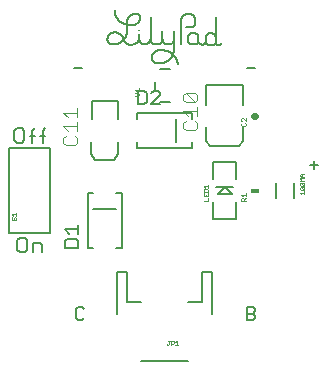
<source format=gbr>
G04 EAGLE Gerber RS-274X export*
G75*
%MOMM*%
%FSLAX34Y34*%
%LPD*%
%INSilkscreen Top*%
%IPPOS*%
%AMOC8*
5,1,8,0,0,1.08239X$1,22.5*%
G01*
%ADD10C,0.203200*%
%ADD11C,0.127000*%
%ADD12C,0.101600*%
%ADD13C,0.558800*%
%ADD14C,0.025400*%
%ADD15R,0.762000X0.457200*%


D10*
X59187Y137678D02*
X55120Y137678D01*
X53086Y135645D01*
X53086Y127510D01*
X55120Y125476D01*
X59187Y125476D01*
X61221Y127510D01*
X61221Y135645D01*
X59187Y137678D01*
X66183Y133611D02*
X66183Y125476D01*
X66183Y133611D02*
X72284Y133611D01*
X74318Y131577D01*
X74318Y125476D01*
X56647Y230388D02*
X52580Y230388D01*
X50546Y228355D01*
X50546Y220220D01*
X52580Y218186D01*
X56647Y218186D01*
X58681Y220220D01*
X58681Y228355D01*
X56647Y230388D01*
X65677Y228355D02*
X65677Y218186D01*
X65677Y228355D02*
X67711Y230388D01*
X67711Y224287D02*
X63643Y224287D01*
X74408Y228355D02*
X74408Y218186D01*
X74408Y228355D02*
X76442Y230388D01*
X76442Y224287D02*
X72375Y224287D01*
X300472Y199395D02*
X307590Y199395D01*
X304031Y202954D02*
X304031Y195836D01*
X108200Y281945D02*
X101082Y281945D01*
X247132Y281945D02*
X254250Y281945D01*
X107955Y79003D02*
X109734Y77224D01*
X107955Y79003D02*
X104396Y79003D01*
X102616Y77224D01*
X102616Y70106D01*
X104396Y68326D01*
X107955Y68326D01*
X109734Y70106D01*
X247396Y68326D02*
X247396Y79003D01*
X252735Y79003D01*
X254514Y77224D01*
X254514Y75444D01*
X252735Y73665D01*
X254514Y71885D01*
X254514Y70106D01*
X252735Y68326D01*
X247396Y68326D01*
X247396Y73665D02*
X252735Y73665D01*
X154800Y238600D02*
X154800Y243100D01*
X200800Y243100D01*
X200800Y238600D01*
X200800Y218600D02*
X200800Y214100D01*
X154800Y214100D01*
X154800Y218600D01*
X187800Y218600D02*
X187800Y238600D01*
D11*
X154845Y250935D02*
X154845Y262375D01*
X154845Y250935D02*
X160565Y250935D01*
X162472Y252842D01*
X162472Y260468D01*
X160565Y262375D01*
X154845Y262375D01*
X166539Y250935D02*
X174165Y250935D01*
X166539Y250935D02*
X174165Y258562D01*
X174165Y260468D01*
X172259Y262375D01*
X168446Y262375D01*
X166539Y260468D01*
D10*
X212600Y267300D02*
X212600Y250300D01*
X212600Y267300D02*
X244100Y267300D01*
X244100Y250300D01*
X213100Y231300D02*
X213100Y219300D01*
X216600Y215300D01*
X241100Y215300D01*
X244100Y219300D01*
X244100Y231300D01*
D12*
X195647Y236904D02*
X193698Y234955D01*
X193698Y231057D01*
X195647Y229108D01*
X203443Y229108D01*
X205392Y231057D01*
X205392Y234955D01*
X203443Y236904D01*
X197596Y240802D02*
X193698Y244700D01*
X205392Y244700D01*
X205392Y240802D02*
X205392Y248598D01*
X203443Y252496D02*
X195647Y252496D01*
X193698Y254445D01*
X193698Y258343D01*
X195647Y260292D01*
X203443Y260292D01*
X205392Y258343D01*
X205392Y254445D01*
X203443Y252496D01*
X195647Y260292D01*
D10*
X116000Y253600D02*
X116000Y238600D01*
X116000Y253600D02*
X138500Y253600D01*
X138500Y238600D01*
X115500Y218600D02*
X115500Y208600D01*
X119000Y203600D01*
X134500Y203600D01*
X138500Y208600D01*
X138500Y218600D01*
D12*
X94047Y224204D02*
X92098Y222255D01*
X92098Y218357D01*
X94047Y216408D01*
X101843Y216408D01*
X103792Y218357D01*
X103792Y222255D01*
X101843Y224204D01*
X95996Y228102D02*
X92098Y232000D01*
X103792Y232000D01*
X103792Y228102D02*
X103792Y235898D01*
X95996Y239796D02*
X92098Y243694D01*
X103792Y243694D01*
X103792Y239796D02*
X103792Y247592D01*
D13*
X253695Y241300D02*
X254305Y241300D01*
D14*
X243075Y235079D02*
X242440Y234444D01*
X242440Y233173D01*
X243075Y232537D01*
X245617Y232537D01*
X246253Y233173D01*
X246253Y234444D01*
X245617Y235079D01*
X246253Y236279D02*
X246253Y238821D01*
X246253Y236279D02*
X243711Y238821D01*
X243075Y238821D01*
X242440Y238186D01*
X242440Y236915D01*
X243075Y236279D01*
D15*
X254000Y177800D03*
D14*
X246253Y169037D02*
X242440Y169037D01*
X242440Y170944D01*
X243075Y171579D01*
X244346Y171579D01*
X244982Y170944D01*
X244982Y169037D01*
X244982Y170308D02*
X246253Y171579D01*
X243711Y172779D02*
X242440Y174050D01*
X246253Y174050D01*
X246253Y172779D02*
X246253Y175321D01*
D10*
X218600Y167800D02*
X218600Y153800D01*
X238600Y153800D01*
X238600Y167800D01*
X218600Y187800D02*
X218600Y201800D01*
X238600Y201800D01*
X238600Y187800D01*
X228600Y180800D02*
X221600Y180800D01*
X228600Y180800D02*
X235600Y180800D01*
X228600Y180800D02*
X222600Y174800D01*
X234600Y174800D01*
X228600Y180800D01*
D14*
X214503Y169037D02*
X210690Y169037D01*
X214503Y169037D02*
X214503Y171579D01*
X210690Y172779D02*
X210690Y175321D01*
X210690Y172779D02*
X214503Y172779D01*
X214503Y175321D01*
X212596Y174050D02*
X212596Y172779D01*
X210690Y176521D02*
X214503Y176521D01*
X214503Y178428D01*
X213867Y179063D01*
X211325Y179063D01*
X210690Y178428D01*
X210690Y176521D01*
X211961Y180263D02*
X210690Y181534D01*
X214503Y181534D01*
X214503Y180263D02*
X214503Y182805D01*
D10*
X191900Y301500D02*
X191900Y322500D01*
X191915Y322646D01*
X191934Y322792D01*
X191957Y322937D01*
X191984Y323082D01*
X192015Y323226D01*
X192049Y323369D01*
X192088Y323511D01*
X192130Y323651D01*
X192175Y323791D01*
X192225Y323930D01*
X192278Y324067D01*
X192335Y324202D01*
X192395Y324336D01*
X192459Y324469D01*
X192527Y324599D01*
X192598Y324728D01*
X192672Y324855D01*
X192750Y324980D01*
X192831Y325103D01*
X192915Y325223D01*
X193002Y325341D01*
X193093Y325457D01*
X193186Y325571D01*
X193283Y325682D01*
X193382Y325790D01*
X193485Y325895D01*
X193590Y325998D01*
X193698Y326098D01*
X193808Y326195D01*
X193921Y326290D01*
X194036Y326381D01*
X194154Y326469D01*
X194274Y326553D01*
X194397Y326635D01*
X194521Y326713D01*
X194648Y326788D01*
X194776Y326860D01*
X194906Y326928D01*
X195038Y326993D01*
X195172Y327054D01*
X195308Y327111D01*
X195444Y327165D01*
X195583Y327215D01*
X195722Y327262D01*
X195863Y327305D01*
X196004Y327344D01*
X196147Y327379D01*
X196291Y327410D01*
X196435Y327438D01*
X196580Y327462D01*
X196726Y327482D01*
X196872Y327498D01*
X197019Y327510D01*
X197166Y327518D01*
X197313Y327522D01*
X197460Y327523D01*
X197607Y327519D01*
X197753Y327512D01*
X197900Y327500D01*
X198046Y327512D01*
X198193Y327519D01*
X198340Y327523D01*
X198487Y327522D01*
X198634Y327518D01*
X198781Y327510D01*
X198928Y327498D01*
X199074Y327482D01*
X199219Y327462D01*
X199365Y327438D01*
X199509Y327410D01*
X199653Y327379D01*
X199795Y327344D01*
X199937Y327305D01*
X200078Y327262D01*
X200217Y327215D01*
X200355Y327165D01*
X200492Y327111D01*
X200627Y327054D01*
X200761Y326992D01*
X200893Y326928D01*
X201024Y326860D01*
X201152Y326788D01*
X201278Y326713D01*
X201403Y326635D01*
X201525Y326553D01*
X201645Y326468D01*
X201763Y326380D01*
X201879Y326289D01*
X201992Y326195D01*
X202102Y326098D01*
X202210Y325998D01*
X202315Y325895D01*
X202417Y325790D01*
X202517Y325681D01*
X202613Y325570D01*
X202707Y325457D01*
X202797Y325341D01*
X202885Y325223D01*
X202969Y325102D01*
X203050Y324980D01*
X203127Y324855D01*
X203202Y324728D01*
X203273Y324599D01*
X203340Y324469D01*
X203404Y324336D01*
X203465Y324202D01*
X203521Y324067D01*
X203575Y323929D01*
X203624Y323791D01*
X203670Y323651D01*
X203712Y323510D01*
X203751Y323369D01*
X203785Y323226D01*
X203816Y323082D01*
X203843Y322937D01*
X203866Y322792D01*
X203885Y322646D01*
X203900Y322500D01*
X203900Y320500D01*
X203891Y320364D01*
X203878Y320229D01*
X203861Y320094D01*
X203841Y319960D01*
X203816Y319827D01*
X203788Y319694D01*
X203756Y319562D01*
X203720Y319431D01*
X203681Y319301D01*
X203637Y319172D01*
X203590Y319044D01*
X203540Y318918D01*
X203486Y318794D01*
X203428Y318671D01*
X203367Y318549D01*
X203302Y318430D01*
X203234Y318312D01*
X203163Y318197D01*
X203089Y318083D01*
X203011Y317972D01*
X202930Y317862D01*
X202846Y317756D01*
X202759Y317651D01*
X202669Y317550D01*
X202576Y317450D01*
X202480Y317354D01*
X202382Y317260D01*
X202281Y317169D01*
X202178Y317081D01*
X202072Y316996D01*
X201963Y316914D01*
X201853Y316836D01*
X201740Y316760D01*
X201625Y316688D01*
X201508Y316619D01*
X201389Y316553D01*
X201268Y316491D01*
X201145Y316432D01*
X201021Y316377D01*
X200896Y316325D01*
X200769Y316277D01*
X200640Y316233D01*
X200511Y316192D01*
X200380Y316155D01*
X200248Y316122D01*
X200116Y316092D01*
X199982Y316067D01*
X199848Y316045D01*
X199714Y316027D01*
X199578Y316012D01*
X199443Y316002D01*
X199307Y315996D01*
X199171Y315993D01*
X199036Y315994D01*
X198900Y316000D01*
X195900Y316000D01*
X206400Y305500D02*
X206415Y305383D01*
X206426Y305265D01*
X206433Y305147D01*
X206436Y305029D01*
X206435Y304911D01*
X206430Y304793D01*
X206421Y304675D01*
X206408Y304557D01*
X206391Y304441D01*
X206371Y304324D01*
X206346Y304209D01*
X206318Y304094D01*
X206286Y303980D01*
X206250Y303868D01*
X206210Y303756D01*
X206167Y303646D01*
X206120Y303538D01*
X206069Y303431D01*
X206015Y303326D01*
X205957Y303223D01*
X205896Y303122D01*
X205832Y303023D01*
X205764Y302926D01*
X205693Y302831D01*
X205619Y302739D01*
X205542Y302650D01*
X205462Y302563D01*
X205379Y302479D01*
X205293Y302397D01*
X205205Y302319D01*
X205114Y302243D01*
X205021Y302171D01*
X204925Y302101D01*
X204827Y302035D01*
X204727Y301973D01*
X204625Y301913D01*
X204521Y301857D01*
X204415Y301805D01*
X204307Y301756D01*
X204198Y301711D01*
X204087Y301669D01*
X203975Y301631D01*
X203862Y301597D01*
X203748Y301567D01*
X203633Y301541D01*
X203517Y301518D01*
X203400Y301500D01*
X201400Y301500D01*
X201267Y301516D01*
X201134Y301537D01*
X201002Y301562D01*
X200871Y301590D01*
X200741Y301623D01*
X200612Y301659D01*
X200484Y301699D01*
X200357Y301743D01*
X200231Y301791D01*
X200107Y301842D01*
X199985Y301897D01*
X199864Y301955D01*
X199745Y302018D01*
X199628Y302083D01*
X199513Y302152D01*
X199400Y302225D01*
X199289Y302300D01*
X199181Y302379D01*
X199075Y302461D01*
X198971Y302547D01*
X198870Y302635D01*
X198772Y302726D01*
X198676Y302820D01*
X198583Y302917D01*
X198493Y303017D01*
X198407Y303119D01*
X198323Y303224D01*
X198242Y303331D01*
X198165Y303441D01*
X198090Y303553D01*
X198019Y303667D01*
X197952Y303783D01*
X197888Y303901D01*
X197828Y304020D01*
X197771Y304142D01*
X197718Y304265D01*
X197668Y304390D01*
X197622Y304516D01*
X197580Y304643D01*
X197542Y304772D01*
X197507Y304902D01*
X197477Y305032D01*
X197450Y305164D01*
X197427Y305296D01*
X197408Y305429D01*
X197393Y305562D01*
X197382Y305696D01*
X197375Y305830D01*
X197372Y305964D01*
X197373Y306098D01*
X197378Y306233D01*
X197387Y306366D01*
X197400Y306500D01*
X197387Y306634D01*
X197378Y306767D01*
X197373Y306902D01*
X197372Y307036D01*
X197375Y307170D01*
X197382Y307304D01*
X197393Y307438D01*
X197408Y307571D01*
X197427Y307704D01*
X197450Y307836D01*
X197477Y307968D01*
X197507Y308098D01*
X197542Y308228D01*
X197580Y308357D01*
X197622Y308484D01*
X197668Y308610D01*
X197718Y308735D01*
X197771Y308858D01*
X197828Y308980D01*
X197888Y309099D01*
X197952Y309217D01*
X198019Y309333D01*
X198090Y309447D01*
X198165Y309559D01*
X198242Y309669D01*
X198323Y309776D01*
X198407Y309881D01*
X198493Y309983D01*
X198583Y310083D01*
X198676Y310180D01*
X198772Y310274D01*
X198870Y310365D01*
X198971Y310453D01*
X199075Y310539D01*
X199181Y310621D01*
X199289Y310700D01*
X199400Y310775D01*
X199513Y310848D01*
X199628Y310917D01*
X199745Y310982D01*
X199864Y311045D01*
X199985Y311103D01*
X200107Y311158D01*
X200231Y311209D01*
X200357Y311257D01*
X200484Y311301D01*
X200612Y311341D01*
X200741Y311377D01*
X200871Y311410D01*
X201002Y311438D01*
X201134Y311463D01*
X201267Y311484D01*
X201400Y311500D01*
X202400Y311500D01*
X202526Y311498D01*
X202651Y311492D01*
X202776Y311482D01*
X202901Y311468D01*
X203026Y311451D01*
X203150Y311429D01*
X203273Y311404D01*
X203395Y311374D01*
X203516Y311341D01*
X203636Y311304D01*
X203755Y311264D01*
X203872Y311219D01*
X203989Y311171D01*
X204103Y311119D01*
X204216Y311064D01*
X204327Y311005D01*
X204436Y310943D01*
X204543Y310877D01*
X204648Y310808D01*
X204751Y310736D01*
X204852Y310661D01*
X204950Y310582D01*
X205045Y310500D01*
X205138Y310416D01*
X205228Y310328D01*
X205316Y310238D01*
X205400Y310145D01*
X205482Y310050D01*
X205561Y309952D01*
X205636Y309851D01*
X205708Y309748D01*
X205777Y309643D01*
X205843Y309536D01*
X205905Y309427D01*
X205964Y309316D01*
X206019Y309203D01*
X206071Y309089D01*
X206119Y308972D01*
X206164Y308855D01*
X206204Y308736D01*
X206241Y308616D01*
X206274Y308495D01*
X206304Y308373D01*
X206329Y308250D01*
X206351Y308126D01*
X206368Y308001D01*
X206382Y307876D01*
X206392Y307751D01*
X206398Y307626D01*
X206400Y307500D01*
X206400Y305500D01*
X206377Y305389D01*
X206357Y305276D01*
X206341Y305164D01*
X206329Y305050D01*
X206320Y304937D01*
X206316Y304823D01*
X206315Y304709D01*
X206319Y304595D01*
X206326Y304482D01*
X206337Y304368D01*
X206352Y304255D01*
X206371Y304143D01*
X206393Y304032D01*
X206420Y303921D01*
X206450Y303811D01*
X206484Y303702D01*
X206521Y303595D01*
X206563Y303489D01*
X206608Y303384D01*
X206656Y303281D01*
X206708Y303180D01*
X206763Y303080D01*
X206822Y302982D01*
X206884Y302887D01*
X206949Y302794D01*
X207018Y302703D01*
X207089Y302614D01*
X207163Y302528D01*
X207241Y302444D01*
X207321Y302363D01*
X207404Y302285D01*
X207489Y302210D01*
X207577Y302137D01*
X207668Y302068D01*
X207760Y302002D01*
X207855Y301939D01*
X207952Y301880D01*
X208051Y301823D01*
X208152Y301770D01*
X208255Y301721D01*
X208359Y301675D01*
X208465Y301633D01*
X208572Y301594D01*
X208680Y301559D01*
X208790Y301528D01*
X208900Y301500D01*
X209003Y301474D01*
X209108Y301452D01*
X209213Y301434D01*
X209318Y301419D01*
X209424Y301409D01*
X209531Y301402D01*
X209637Y301400D01*
X209744Y301402D01*
X209850Y301407D01*
X209956Y301417D01*
X210062Y301430D01*
X210167Y301447D01*
X210272Y301469D01*
X210375Y301494D01*
X210478Y301523D01*
X210579Y301556D01*
X210679Y301592D01*
X210778Y301633D01*
X210875Y301677D01*
X210970Y301724D01*
X211064Y301776D01*
X211156Y301830D01*
X211245Y301888D01*
X211332Y301949D01*
X211417Y302014D01*
X211499Y302082D01*
X211579Y302152D01*
X211656Y302226D01*
X211731Y302302D01*
X211802Y302381D01*
X211870Y302463D01*
X211936Y302547D01*
X211998Y302634D01*
X212056Y302723D01*
X212112Y302814D01*
X212164Y302907D01*
X212212Y303002D01*
X212257Y303099D01*
X212298Y303197D01*
X212336Y303297D01*
X212370Y303398D01*
X212400Y303500D01*
X212400Y304000D01*
X212400Y306500D01*
X212394Y306636D01*
X212393Y306772D01*
X212396Y306907D01*
X212402Y307043D01*
X212412Y307179D01*
X212427Y307314D01*
X212445Y307448D01*
X212466Y307582D01*
X212492Y307716D01*
X212522Y307848D01*
X212555Y307980D01*
X212592Y308111D01*
X212633Y308241D01*
X212677Y308369D01*
X212725Y308496D01*
X212777Y308622D01*
X212832Y308746D01*
X212891Y308868D01*
X212953Y308989D01*
X213019Y309108D01*
X213088Y309225D01*
X213160Y309340D01*
X213235Y309453D01*
X213314Y309564D01*
X213396Y309672D01*
X213481Y309778D01*
X213569Y309881D01*
X213660Y309982D01*
X213754Y310081D01*
X213850Y310176D01*
X213949Y310269D01*
X214051Y310359D01*
X214155Y310446D01*
X214262Y310530D01*
X214371Y310611D01*
X214483Y310689D01*
X214596Y310763D01*
X214712Y310835D01*
X214830Y310903D01*
X214949Y310967D01*
X215071Y311028D01*
X215194Y311086D01*
X215318Y311140D01*
X215444Y311191D01*
X215572Y311238D01*
X215701Y311281D01*
X215831Y311320D01*
X215962Y311356D01*
X216094Y311388D01*
X216226Y311416D01*
X216360Y311441D01*
X216494Y311462D01*
X216629Y311478D01*
X216764Y311491D01*
X216900Y311500D01*
X217040Y311484D01*
X217180Y311464D01*
X217318Y311440D01*
X217457Y311413D01*
X217594Y311381D01*
X217730Y311346D01*
X217866Y311306D01*
X218000Y311263D01*
X218133Y311217D01*
X218265Y311166D01*
X218395Y311112D01*
X218523Y311054D01*
X218650Y310993D01*
X218775Y310928D01*
X218899Y310860D01*
X219020Y310788D01*
X219139Y310713D01*
X219256Y310634D01*
X219371Y310553D01*
X219484Y310468D01*
X219594Y310380D01*
X219701Y310289D01*
X219806Y310194D01*
X219908Y310097D01*
X220008Y309998D01*
X220105Y309895D01*
X220198Y309790D01*
X220289Y309682D01*
X220377Y309572D01*
X220461Y309459D01*
X220543Y309344D01*
X220621Y309227D01*
X220696Y309107D01*
X220767Y308986D01*
X220835Y308862D01*
X220900Y308737D01*
X220961Y308610D01*
X221018Y308481D01*
X221072Y308351D01*
X221122Y308219D01*
X221168Y308086D01*
X221211Y307951D01*
X221250Y307816D01*
X221285Y307679D01*
X221316Y307542D01*
X221343Y307404D01*
X221366Y307265D01*
X221386Y307125D01*
X221402Y306985D01*
X221413Y306845D01*
X221421Y306704D01*
X221425Y306563D01*
X221424Y306422D01*
X221420Y306281D01*
X221412Y306140D01*
X221400Y306000D01*
X221429Y305877D01*
X221454Y305753D01*
X221475Y305629D01*
X221492Y305504D01*
X221506Y305378D01*
X221515Y305252D01*
X221521Y305126D01*
X221523Y305000D01*
X221521Y304874D01*
X221515Y304748D01*
X221506Y304622D01*
X221492Y304496D01*
X221475Y304371D01*
X221454Y304247D01*
X221429Y304123D01*
X221400Y304000D01*
X221367Y303877D01*
X221331Y303755D01*
X221290Y303634D01*
X221246Y303515D01*
X221199Y303397D01*
X221147Y303280D01*
X221092Y303165D01*
X221034Y303052D01*
X220972Y302941D01*
X220907Y302832D01*
X220838Y302724D01*
X220766Y302619D01*
X220691Y302517D01*
X220613Y302416D01*
X220532Y302318D01*
X220447Y302223D01*
X220360Y302130D01*
X220270Y302040D01*
X220177Y301953D01*
X220082Y301868D01*
X219984Y301787D01*
X219883Y301709D01*
X219781Y301634D01*
X219676Y301562D01*
X219568Y301493D01*
X219459Y301428D01*
X219348Y301366D01*
X219235Y301308D01*
X219120Y301253D01*
X219003Y301201D01*
X218885Y301154D01*
X218766Y301110D01*
X218645Y301069D01*
X218523Y301033D01*
X218400Y301000D01*
X218271Y300959D01*
X218141Y300922D01*
X218009Y300889D01*
X217877Y300859D01*
X217744Y300833D01*
X217611Y300811D01*
X217476Y300792D01*
X217342Y300778D01*
X217207Y300767D01*
X217071Y300760D01*
X216936Y300757D01*
X216801Y300758D01*
X216665Y300763D01*
X216530Y300771D01*
X216395Y300784D01*
X216261Y300800D01*
X216127Y300820D01*
X215993Y300844D01*
X215861Y300872D01*
X215729Y300904D01*
X215598Y300939D01*
X215469Y300978D01*
X215340Y301021D01*
X215213Y301067D01*
X215087Y301117D01*
X214962Y301171D01*
X214840Y301228D01*
X214719Y301288D01*
X214599Y301352D01*
X214482Y301420D01*
X214366Y301491D01*
X214253Y301565D01*
X214141Y301642D01*
X214032Y301722D01*
X213926Y301806D01*
X213821Y301892D01*
X213720Y301981D01*
X213620Y302074D01*
X213524Y302169D01*
X213430Y302266D01*
X213339Y302367D01*
X213251Y302470D01*
X213166Y302575D01*
X213084Y302683D01*
X213005Y302793D01*
X212930Y302906D01*
X212857Y303020D01*
X212788Y303136D01*
X212722Y303255D01*
X212660Y303375D01*
X212601Y303497D01*
X212545Y303621D01*
X212493Y303746D01*
X212445Y303872D01*
X212400Y304000D01*
X221400Y304000D02*
X221400Y303000D01*
X221402Y302913D01*
X221408Y302826D01*
X221417Y302739D01*
X221430Y302653D01*
X221447Y302567D01*
X221468Y302482D01*
X221493Y302399D01*
X221521Y302316D01*
X221552Y302235D01*
X221587Y302155D01*
X221626Y302077D01*
X221668Y302000D01*
X221713Y301925D01*
X221762Y301853D01*
X221813Y301782D01*
X221868Y301714D01*
X221925Y301649D01*
X221986Y301586D01*
X222049Y301525D01*
X222114Y301468D01*
X222182Y301413D01*
X222253Y301362D01*
X222325Y301313D01*
X222400Y301268D01*
X222477Y301226D01*
X222555Y301187D01*
X222635Y301152D01*
X222716Y301121D01*
X222799Y301093D01*
X222882Y301068D01*
X222967Y301047D01*
X223053Y301030D01*
X223139Y301017D01*
X223226Y301008D01*
X223313Y301002D01*
X223400Y301000D01*
X223487Y301002D01*
X223574Y301008D01*
X223661Y301017D01*
X223747Y301030D01*
X223833Y301047D01*
X223918Y301068D01*
X224001Y301093D01*
X224084Y301121D01*
X224165Y301152D01*
X224245Y301187D01*
X224323Y301226D01*
X224400Y301268D01*
X224475Y301313D01*
X224547Y301362D01*
X224618Y301413D01*
X224686Y301468D01*
X224751Y301525D01*
X224814Y301586D01*
X224875Y301649D01*
X224932Y301714D01*
X224987Y301782D01*
X225038Y301853D01*
X225087Y301925D01*
X225132Y302000D01*
X225174Y302077D01*
X225213Y302155D01*
X225248Y302235D01*
X225279Y302316D01*
X225307Y302399D01*
X225332Y302482D01*
X225353Y302567D01*
X225370Y302653D01*
X225383Y302739D01*
X225392Y302826D01*
X225398Y302913D01*
X225400Y303000D01*
X221400Y305000D02*
X221400Y325000D01*
X156400Y314000D02*
X156400Y313500D01*
X148400Y318000D02*
X148086Y318004D01*
X147772Y318015D01*
X147458Y318034D01*
X147145Y318061D01*
X146833Y318095D01*
X146522Y318136D01*
X146211Y318186D01*
X145902Y318242D01*
X145595Y318306D01*
X145289Y318378D01*
X144985Y318457D01*
X144683Y318543D01*
X144383Y318636D01*
X144085Y318737D01*
X143790Y318845D01*
X143498Y318960D01*
X143208Y319082D01*
X142922Y319211D01*
X142639Y319346D01*
X142359Y319489D01*
X142082Y319638D01*
X141810Y319794D01*
X141541Y319957D01*
X141276Y320126D01*
X141015Y320301D01*
X140759Y320483D01*
X140507Y320670D01*
X140260Y320864D01*
X140017Y321064D01*
X139779Y321269D01*
X139547Y321481D01*
X139319Y321697D01*
X139097Y321919D01*
X138881Y322147D01*
X138669Y322379D01*
X138464Y322617D01*
X138264Y322860D01*
X138070Y323107D01*
X137883Y323359D01*
X137701Y323615D01*
X137526Y323876D01*
X137357Y324141D01*
X137194Y324410D01*
X137038Y324682D01*
X136889Y324959D01*
X136746Y325239D01*
X136611Y325522D01*
X136482Y325808D01*
X136360Y326098D01*
X136245Y326390D01*
X136137Y326685D01*
X136036Y326983D01*
X135943Y327283D01*
X135857Y327585D01*
X135778Y327889D01*
X135706Y328195D01*
X135642Y328502D01*
X135586Y328811D01*
X135536Y329122D01*
X135495Y329433D01*
X135461Y329745D01*
X135434Y330058D01*
X135415Y330372D01*
X135404Y330686D01*
X135400Y331000D01*
X148400Y318000D02*
X149900Y318000D01*
X150063Y317996D01*
X150226Y317995D01*
X150390Y317999D01*
X150553Y318007D01*
X150715Y318019D01*
X150878Y318034D01*
X151040Y318054D01*
X151202Y318077D01*
X151362Y318105D01*
X151523Y318136D01*
X151682Y318171D01*
X151841Y318210D01*
X151998Y318253D01*
X152155Y318299D01*
X152310Y318350D01*
X152464Y318404D01*
X152617Y318461D01*
X152768Y318523D01*
X152918Y318588D01*
X153066Y318657D01*
X153212Y318729D01*
X153357Y318805D01*
X153499Y318884D01*
X153640Y318967D01*
X153779Y319053D01*
X153916Y319142D01*
X154050Y319235D01*
X154182Y319330D01*
X154312Y319429D01*
X154439Y319531D01*
X154564Y319637D01*
X154686Y319745D01*
X154806Y319856D01*
X154923Y319970D01*
X155037Y320087D01*
X155148Y320206D01*
X155257Y320328D01*
X155362Y320453D01*
X155464Y320580D01*
X155563Y320710D01*
X155659Y320842D01*
X155752Y320976D01*
X155842Y321112D01*
X155928Y321251D01*
X156011Y321392D01*
X156090Y321534D01*
X156166Y321679D01*
X156239Y321825D01*
X156308Y321973D01*
X156373Y322123D01*
X156435Y322274D01*
X156493Y322426D01*
X156547Y322580D01*
X156598Y322735D01*
X156644Y322892D01*
X156687Y323049D01*
X156727Y323208D01*
X156762Y323367D01*
X156793Y323527D01*
X156821Y323688D01*
X156845Y323850D01*
X156865Y324012D01*
X156880Y324174D01*
X156892Y324337D01*
X156900Y324500D01*
X156898Y324607D01*
X156892Y324714D01*
X156883Y324821D01*
X156869Y324927D01*
X156852Y325033D01*
X156831Y325138D01*
X156807Y325242D01*
X156778Y325345D01*
X156746Y325447D01*
X156711Y325548D01*
X156672Y325648D01*
X156629Y325746D01*
X156583Y325843D01*
X156533Y325938D01*
X156480Y326031D01*
X156424Y326122D01*
X156364Y326211D01*
X156302Y326298D01*
X156236Y326382D01*
X156167Y326465D01*
X156096Y326544D01*
X156021Y326621D01*
X155944Y326696D01*
X155865Y326767D01*
X155782Y326836D01*
X155698Y326902D01*
X155611Y326964D01*
X155522Y327024D01*
X155431Y327080D01*
X155338Y327133D01*
X155243Y327183D01*
X155146Y327229D01*
X155048Y327272D01*
X154948Y327311D01*
X154847Y327346D01*
X154745Y327378D01*
X154642Y327407D01*
X154538Y327431D01*
X154433Y327452D01*
X154327Y327469D01*
X154221Y327483D01*
X154114Y327492D01*
X154007Y327498D01*
X153900Y327500D01*
X143400Y305500D02*
X143355Y305687D01*
X143306Y305872D01*
X143253Y306057D01*
X143195Y306240D01*
X143132Y306421D01*
X143066Y306601D01*
X142995Y306780D01*
X142919Y306956D01*
X142840Y307131D01*
X142756Y307304D01*
X142668Y307474D01*
X142576Y307643D01*
X142480Y307809D01*
X142380Y307973D01*
X142276Y308134D01*
X142168Y308293D01*
X142056Y308449D01*
X141941Y308603D01*
X141822Y308753D01*
X141699Y308901D01*
X141573Y309046D01*
X141443Y309187D01*
X141310Y309326D01*
X141174Y309461D01*
X141034Y309593D01*
X140891Y309721D01*
X140745Y309846D01*
X140597Y309967D01*
X140445Y310085D01*
X140290Y310199D01*
X140133Y310309D01*
X139973Y310416D01*
X139811Y310518D01*
X139646Y310617D01*
X139479Y310711D01*
X139310Y310802D01*
X139138Y310888D01*
X138965Y310970D01*
X138790Y311048D01*
X138612Y311122D01*
X138433Y311192D01*
X138253Y311257D01*
X138070Y311317D01*
X137887Y311374D01*
X137702Y311425D01*
X137516Y311473D01*
X137329Y311516D01*
X137141Y311554D01*
X136952Y311588D01*
X136762Y311617D01*
X136571Y311641D01*
X136381Y311661D01*
X136189Y311677D01*
X135997Y311687D01*
X135806Y311693D01*
X135614Y311695D01*
X135422Y311692D01*
X135230Y311684D01*
X135038Y311671D01*
X134847Y311654D01*
X134656Y311633D01*
X134466Y311606D01*
X134276Y311575D01*
X134088Y311540D01*
X133900Y311500D01*
X152900Y327500D02*
X153900Y327500D01*
X152900Y327500D02*
X152731Y327498D01*
X152562Y327492D01*
X152393Y327482D01*
X152224Y327467D01*
X152056Y327449D01*
X151889Y327427D01*
X151722Y327400D01*
X151555Y327370D01*
X151390Y327335D01*
X151225Y327297D01*
X151061Y327254D01*
X150898Y327208D01*
X150737Y327157D01*
X150577Y327103D01*
X150418Y327045D01*
X150260Y326983D01*
X150104Y326918D01*
X149950Y326848D01*
X149798Y326775D01*
X149647Y326698D01*
X149498Y326618D01*
X149351Y326534D01*
X149207Y326446D01*
X149064Y326355D01*
X148924Y326261D01*
X148786Y326163D01*
X148650Y326062D01*
X148517Y325958D01*
X148386Y325850D01*
X148258Y325740D01*
X148133Y325626D01*
X148010Y325509D01*
X147891Y325390D01*
X147774Y325267D01*
X147660Y325142D01*
X147550Y325014D01*
X147442Y324883D01*
X147338Y324750D01*
X147237Y324614D01*
X147139Y324476D01*
X147045Y324336D01*
X146954Y324193D01*
X146866Y324049D01*
X146782Y323902D01*
X146702Y323753D01*
X146625Y323602D01*
X146552Y323450D01*
X146482Y323296D01*
X146417Y323140D01*
X146355Y322982D01*
X146297Y322823D01*
X146243Y322663D01*
X146192Y322502D01*
X146146Y322339D01*
X146103Y322175D01*
X146065Y322010D01*
X146030Y321845D01*
X146000Y321678D01*
X145973Y321511D01*
X145951Y321344D01*
X145933Y321176D01*
X145918Y321007D01*
X145908Y320838D01*
X145902Y320669D01*
X145900Y320500D01*
X133900Y311500D02*
X133758Y311477D01*
X133617Y311451D01*
X133476Y311422D01*
X133337Y311388D01*
X133198Y311350D01*
X133061Y311309D01*
X132924Y311264D01*
X132789Y311216D01*
X132655Y311164D01*
X132523Y311108D01*
X132392Y311048D01*
X132263Y310985D01*
X132136Y310919D01*
X132010Y310849D01*
X131887Y310776D01*
X131765Y310700D01*
X131646Y310620D01*
X131528Y310537D01*
X131413Y310451D01*
X131301Y310362D01*
X131191Y310269D01*
X131083Y310174D01*
X130978Y310076D01*
X130876Y309975D01*
X130776Y309872D01*
X130680Y309766D01*
X130586Y309657D01*
X130495Y309546D01*
X130408Y309432D01*
X130323Y309316D01*
X130242Y309197D01*
X130163Y309077D01*
X130088Y308954D01*
X130017Y308830D01*
X129949Y308704D01*
X129884Y308575D01*
X129823Y308445D01*
X129765Y308314D01*
X129711Y308181D01*
X129661Y308046D01*
X129614Y307911D01*
X129571Y307774D01*
X129531Y307636D01*
X129496Y307496D01*
X129464Y307356D01*
X129436Y307216D01*
X129411Y307074D01*
X129391Y306932D01*
X129374Y306789D01*
X129362Y306646D01*
X129353Y306503D01*
X129348Y306359D01*
X129347Y306216D01*
X129350Y306072D01*
X129357Y305929D01*
X129367Y305785D01*
X129382Y305642D01*
X129400Y305500D01*
X145900Y313500D02*
X145900Y320500D01*
X145900Y313500D02*
X145896Y313210D01*
X145886Y312920D01*
X145868Y312631D01*
X145844Y312342D01*
X145813Y312054D01*
X145774Y311766D01*
X145729Y311480D01*
X145676Y311194D01*
X145617Y310911D01*
X145551Y310628D01*
X145479Y310348D01*
X145399Y310069D01*
X145313Y309792D01*
X145220Y309517D01*
X145120Y309245D01*
X145014Y308975D01*
X144902Y308708D01*
X144782Y308443D01*
X144657Y308182D01*
X144525Y307923D01*
X144388Y307668D01*
X144244Y307416D01*
X144094Y307168D01*
X143938Y306924D01*
X143776Y306683D01*
X143608Y306447D01*
X143435Y306214D01*
X143256Y305986D01*
X143072Y305762D01*
X142882Y305543D01*
X142687Y305328D01*
X142487Y305118D01*
X142282Y304913D01*
X142072Y304713D01*
X141857Y304518D01*
X141638Y304328D01*
X141414Y304144D01*
X141186Y303965D01*
X140953Y303792D01*
X140717Y303624D01*
X140476Y303462D01*
X140232Y303306D01*
X139984Y303156D01*
X139732Y303012D01*
X139477Y302875D01*
X139218Y302743D01*
X138957Y302618D01*
X138692Y302498D01*
X138425Y302386D01*
X138155Y302280D01*
X137883Y302180D01*
X137608Y302087D01*
X137331Y302001D01*
X137052Y301921D01*
X136772Y301849D01*
X136489Y301783D01*
X136206Y301724D01*
X135920Y301671D01*
X135634Y301626D01*
X135346Y301587D01*
X135058Y301556D01*
X134769Y301532D01*
X134480Y301514D01*
X134190Y301504D01*
X133900Y301500D01*
X133772Y301495D01*
X133643Y301493D01*
X133514Y301495D01*
X133386Y301501D01*
X133258Y301511D01*
X133130Y301525D01*
X133002Y301543D01*
X132876Y301564D01*
X132750Y301589D01*
X132624Y301618D01*
X132500Y301651D01*
X132377Y301688D01*
X132255Y301728D01*
X132134Y301772D01*
X132014Y301820D01*
X131896Y301871D01*
X131780Y301926D01*
X131665Y301984D01*
X131553Y302046D01*
X131442Y302111D01*
X131333Y302179D01*
X131226Y302251D01*
X131121Y302325D01*
X131019Y302403D01*
X130919Y302484D01*
X130822Y302568D01*
X130727Y302655D01*
X130635Y302745D01*
X130545Y302837D01*
X130459Y302932D01*
X130375Y303030D01*
X130295Y303130D01*
X130217Y303233D01*
X130143Y303338D01*
X130071Y303445D01*
X130003Y303554D01*
X129939Y303665D01*
X129877Y303778D01*
X129819Y303893D01*
X129765Y304009D01*
X129714Y304127D01*
X129667Y304247D01*
X129624Y304368D01*
X129584Y304490D01*
X129547Y304614D01*
X129515Y304738D01*
X129486Y304863D01*
X129461Y304990D01*
X129440Y305116D01*
X129423Y305244D01*
X129410Y305372D01*
X129400Y305500D01*
X145900Y302000D02*
X146076Y301924D01*
X146254Y301852D01*
X146434Y301784D01*
X146615Y301720D01*
X146798Y301661D01*
X146982Y301607D01*
X147167Y301556D01*
X147353Y301511D01*
X147541Y301470D01*
X147729Y301433D01*
X147919Y301401D01*
X148109Y301374D01*
X148299Y301351D01*
X148491Y301332D01*
X148682Y301319D01*
X148874Y301310D01*
X149066Y301305D01*
X149258Y301306D01*
X149450Y301311D01*
X149642Y301320D01*
X149833Y301334D01*
X150024Y301353D01*
X150215Y301377D01*
X150405Y301405D01*
X150594Y301437D01*
X150782Y301474D01*
X150970Y301516D01*
X151156Y301562D01*
X151341Y301613D01*
X151525Y301668D01*
X151707Y301728D01*
X151888Y301792D01*
X152068Y301860D01*
X152246Y301933D01*
X152422Y302010D01*
X152595Y302091D01*
X152767Y302176D01*
X152937Y302266D01*
X153105Y302359D01*
X153270Y302457D01*
X153433Y302558D01*
X153594Y302664D01*
X153752Y302773D01*
X153907Y302886D01*
X154059Y303003D01*
X154209Y303124D01*
X154355Y303248D01*
X154499Y303375D01*
X154639Y303506D01*
X154776Y303640D01*
X154910Y303778D01*
X155041Y303919D01*
X155168Y304063D01*
X155291Y304210D01*
X155411Y304359D01*
X155528Y304512D01*
X155640Y304668D01*
X155749Y304826D01*
X155854Y304987D01*
X155955Y305150D01*
X156052Y305316D01*
X156145Y305483D01*
X156234Y305654D01*
X156319Y305826D01*
X156400Y306000D01*
X156400Y307500D02*
X156400Y310500D01*
X156400Y307500D02*
X156400Y306000D01*
X165900Y308500D02*
X165900Y325000D01*
X156400Y307500D02*
X156382Y307358D01*
X156367Y307215D01*
X156357Y307071D01*
X156350Y306928D01*
X156347Y306784D01*
X156348Y306641D01*
X156353Y306497D01*
X156362Y306354D01*
X156374Y306211D01*
X156391Y306068D01*
X156411Y305926D01*
X156436Y305784D01*
X156464Y305644D01*
X156496Y305504D01*
X156531Y305364D01*
X156571Y305226D01*
X156614Y305089D01*
X156661Y304954D01*
X156711Y304819D01*
X156765Y304686D01*
X156823Y304555D01*
X156884Y304425D01*
X156949Y304296D01*
X157017Y304170D01*
X157088Y304046D01*
X157163Y303923D01*
X157242Y303803D01*
X157323Y303684D01*
X157408Y303568D01*
X157495Y303454D01*
X157586Y303343D01*
X157680Y303234D01*
X157776Y303128D01*
X157876Y303025D01*
X157978Y302924D01*
X158083Y302826D01*
X158191Y302731D01*
X158301Y302638D01*
X158413Y302549D01*
X158528Y302463D01*
X158646Y302380D01*
X158765Y302300D01*
X158887Y302224D01*
X159010Y302151D01*
X159136Y302081D01*
X159263Y302015D01*
X159392Y301952D01*
X159523Y301892D01*
X159655Y301836D01*
X159789Y301784D01*
X159924Y301736D01*
X160061Y301691D01*
X160198Y301650D01*
X160337Y301612D01*
X160476Y301578D01*
X160617Y301549D01*
X160758Y301523D01*
X160900Y301500D01*
X161048Y301520D01*
X161196Y301545D01*
X161343Y301573D01*
X161490Y301605D01*
X161635Y301641D01*
X161780Y301681D01*
X161923Y301725D01*
X162065Y301772D01*
X162206Y301823D01*
X162346Y301878D01*
X162484Y301936D01*
X162620Y301998D01*
X162755Y302063D01*
X162888Y302132D01*
X163020Y302205D01*
X163149Y302281D01*
X163276Y302360D01*
X163401Y302443D01*
X163524Y302528D01*
X163644Y302617D01*
X163763Y302710D01*
X163878Y302805D01*
X163992Y302903D01*
X164102Y303004D01*
X164210Y303108D01*
X164315Y303215D01*
X164417Y303325D01*
X164517Y303437D01*
X164613Y303552D01*
X164706Y303669D01*
X164797Y303789D01*
X164884Y303911D01*
X164967Y304035D01*
X165048Y304161D01*
X165125Y304290D01*
X165199Y304420D01*
X165269Y304553D01*
X165336Y304687D01*
X165399Y304823D01*
X165459Y304960D01*
X165515Y305099D01*
X165567Y305240D01*
X165616Y305381D01*
X165661Y305524D01*
X165702Y305668D01*
X165740Y305813D01*
X165773Y305960D01*
X165803Y306106D01*
X165829Y306254D01*
X165851Y306402D01*
X165869Y306551D01*
X165883Y306700D01*
X165893Y306850D01*
X165900Y307000D01*
X165914Y307214D01*
X165924Y307428D01*
X165928Y307643D01*
X165928Y307857D01*
X165924Y308072D01*
X165914Y308286D01*
X165900Y308500D01*
X165900Y307000D02*
X165900Y306500D01*
X165902Y306360D01*
X165908Y306220D01*
X165918Y306080D01*
X165931Y305940D01*
X165949Y305801D01*
X165971Y305662D01*
X165996Y305525D01*
X166025Y305387D01*
X166058Y305251D01*
X166095Y305116D01*
X166136Y304982D01*
X166181Y304849D01*
X166229Y304717D01*
X166281Y304587D01*
X166336Y304458D01*
X166395Y304331D01*
X166458Y304205D01*
X166524Y304081D01*
X166593Y303960D01*
X166666Y303840D01*
X166743Y303722D01*
X166822Y303607D01*
X166905Y303493D01*
X166991Y303383D01*
X167080Y303274D01*
X167172Y303168D01*
X167267Y303065D01*
X167364Y302964D01*
X167465Y302867D01*
X167568Y302772D01*
X167674Y302680D01*
X167783Y302591D01*
X167893Y302505D01*
X168007Y302422D01*
X168122Y302343D01*
X168240Y302266D01*
X168360Y302193D01*
X168481Y302124D01*
X168605Y302058D01*
X168731Y301995D01*
X168858Y301936D01*
X168987Y301881D01*
X169117Y301829D01*
X169249Y301781D01*
X169382Y301736D01*
X169516Y301695D01*
X169651Y301658D01*
X169787Y301625D01*
X169925Y301596D01*
X170062Y301571D01*
X170201Y301549D01*
X170340Y301531D01*
X170480Y301518D01*
X170620Y301508D01*
X170760Y301502D01*
X170900Y301500D01*
X171040Y301502D01*
X171180Y301508D01*
X171320Y301518D01*
X171460Y301531D01*
X171599Y301549D01*
X171738Y301571D01*
X171875Y301596D01*
X172013Y301625D01*
X172149Y301658D01*
X172284Y301695D01*
X172418Y301736D01*
X172551Y301781D01*
X172683Y301829D01*
X172813Y301881D01*
X172942Y301936D01*
X173069Y301995D01*
X173195Y302058D01*
X173319Y302124D01*
X173440Y302193D01*
X173560Y302266D01*
X173678Y302343D01*
X173793Y302422D01*
X173907Y302505D01*
X174017Y302591D01*
X174126Y302680D01*
X174232Y302772D01*
X174335Y302867D01*
X174436Y302964D01*
X174533Y303065D01*
X174628Y303168D01*
X174720Y303274D01*
X174809Y303383D01*
X174895Y303493D01*
X174978Y303607D01*
X175057Y303722D01*
X175134Y303840D01*
X175207Y303960D01*
X175276Y304081D01*
X175342Y304205D01*
X175405Y304331D01*
X175464Y304458D01*
X175519Y304587D01*
X175571Y304717D01*
X175619Y304849D01*
X175664Y304982D01*
X175705Y305116D01*
X175742Y305251D01*
X175775Y305387D01*
X175804Y305525D01*
X175829Y305662D01*
X175851Y305801D01*
X175869Y305940D01*
X175882Y306080D01*
X175892Y306220D01*
X175898Y306360D01*
X175900Y306500D01*
X175900Y312500D01*
X175900Y306500D02*
X175902Y306360D01*
X175908Y306220D01*
X175918Y306080D01*
X175931Y305940D01*
X175949Y305801D01*
X175971Y305662D01*
X175996Y305525D01*
X176025Y305387D01*
X176058Y305251D01*
X176095Y305116D01*
X176136Y304982D01*
X176181Y304849D01*
X176229Y304717D01*
X176281Y304587D01*
X176336Y304458D01*
X176395Y304331D01*
X176458Y304205D01*
X176524Y304081D01*
X176593Y303960D01*
X176666Y303840D01*
X176743Y303722D01*
X176822Y303607D01*
X176905Y303493D01*
X176991Y303383D01*
X177080Y303274D01*
X177172Y303168D01*
X177267Y303065D01*
X177364Y302964D01*
X177465Y302867D01*
X177568Y302772D01*
X177674Y302680D01*
X177783Y302591D01*
X177893Y302505D01*
X178007Y302422D01*
X178122Y302343D01*
X178240Y302266D01*
X178360Y302193D01*
X178481Y302124D01*
X178605Y302058D01*
X178731Y301995D01*
X178858Y301936D01*
X178987Y301881D01*
X179117Y301829D01*
X179249Y301781D01*
X179382Y301736D01*
X179516Y301695D01*
X179651Y301658D01*
X179787Y301625D01*
X179925Y301596D01*
X180062Y301571D01*
X180201Y301549D01*
X180340Y301531D01*
X180480Y301518D01*
X180620Y301508D01*
X180760Y301502D01*
X180900Y301500D01*
X174900Y296500D02*
X175219Y296520D01*
X175539Y296533D01*
X175859Y296538D01*
X176179Y296535D01*
X176499Y296524D01*
X176818Y296506D01*
X177137Y296479D01*
X177455Y296445D01*
X177773Y296403D01*
X178089Y296353D01*
X178403Y296295D01*
X178717Y296230D01*
X179028Y296157D01*
X179338Y296077D01*
X179646Y295988D01*
X179951Y295893D01*
X180254Y295790D01*
X180554Y295679D01*
X180852Y295561D01*
X181146Y295436D01*
X181437Y295304D01*
X181725Y295164D01*
X182010Y295018D01*
X182291Y294864D01*
X182568Y294704D01*
X182841Y294537D01*
X183109Y294363D01*
X183374Y294183D01*
X183634Y293997D01*
X183889Y293804D01*
X184140Y293604D01*
X184385Y293399D01*
X184625Y293188D01*
X184861Y292971D01*
X185090Y292748D01*
X185314Y292520D01*
X185533Y292286D01*
X185746Y292047D01*
X185952Y291803D01*
X186153Y291554D01*
X186348Y291300D01*
X186536Y291041D01*
X186718Y290778D01*
X186893Y290510D01*
X187062Y290238D01*
X187224Y289962D01*
X187379Y289682D01*
X187527Y289399D01*
X187669Y289111D01*
X187803Y288821D01*
X187930Y288527D01*
X188050Y288230D01*
X188162Y287931D01*
X188267Y287629D01*
X188365Y287324D01*
X188455Y287017D01*
X188537Y286708D01*
X188612Y286397D01*
X188679Y286084D01*
X188739Y285769D01*
X188791Y285454D01*
X188835Y285137D01*
X188871Y284819D01*
X188900Y284500D01*
X180900Y301500D02*
X181040Y301502D01*
X181180Y301508D01*
X181320Y301518D01*
X181460Y301531D01*
X181599Y301549D01*
X181738Y301571D01*
X181875Y301596D01*
X182013Y301625D01*
X182149Y301658D01*
X182284Y301695D01*
X182418Y301736D01*
X182551Y301781D01*
X182683Y301829D01*
X182813Y301881D01*
X182942Y301936D01*
X183069Y301995D01*
X183195Y302058D01*
X183319Y302124D01*
X183440Y302193D01*
X183560Y302266D01*
X183678Y302343D01*
X183793Y302422D01*
X183907Y302505D01*
X184017Y302591D01*
X184126Y302680D01*
X184232Y302772D01*
X184335Y302867D01*
X184436Y302964D01*
X184533Y303065D01*
X184628Y303168D01*
X184720Y303274D01*
X184809Y303383D01*
X184895Y303493D01*
X184978Y303607D01*
X185057Y303722D01*
X185134Y303840D01*
X185207Y303960D01*
X185276Y304081D01*
X185342Y304205D01*
X185405Y304331D01*
X185464Y304458D01*
X185519Y304587D01*
X185571Y304717D01*
X185619Y304849D01*
X185664Y304982D01*
X185705Y305116D01*
X185742Y305251D01*
X185775Y305387D01*
X185804Y305525D01*
X185829Y305662D01*
X185851Y305801D01*
X185869Y305940D01*
X185882Y306080D01*
X185892Y306220D01*
X185898Y306360D01*
X185900Y306500D01*
X185900Y312500D01*
X185900Y306500D02*
X185900Y298500D01*
X174900Y296500D02*
X172900Y296500D01*
X172748Y296498D01*
X172596Y296492D01*
X172444Y296483D01*
X172293Y296469D01*
X172142Y296452D01*
X171991Y296431D01*
X171841Y296406D01*
X171692Y296377D01*
X171544Y296345D01*
X171396Y296308D01*
X171249Y296269D01*
X171104Y296225D01*
X170959Y296177D01*
X170816Y296127D01*
X170674Y296072D01*
X170534Y296014D01*
X170395Y295952D01*
X170258Y295887D01*
X170122Y295818D01*
X169988Y295746D01*
X169856Y295671D01*
X169726Y295592D01*
X169598Y295510D01*
X169472Y295425D01*
X169349Y295336D01*
X169227Y295245D01*
X169108Y295150D01*
X168992Y295053D01*
X168878Y294952D01*
X168766Y294849D01*
X168657Y294743D01*
X168551Y294634D01*
X168448Y294522D01*
X168347Y294408D01*
X168250Y294292D01*
X168155Y294173D01*
X168064Y294051D01*
X167975Y293928D01*
X167890Y293802D01*
X167808Y293674D01*
X167729Y293544D01*
X167654Y293412D01*
X167582Y293278D01*
X167513Y293142D01*
X167448Y293005D01*
X167386Y292866D01*
X167328Y292726D01*
X167273Y292584D01*
X167223Y292441D01*
X167175Y292296D01*
X167131Y292151D01*
X167092Y292004D01*
X167055Y291856D01*
X167023Y291708D01*
X166994Y291559D01*
X166969Y291409D01*
X166948Y291258D01*
X166931Y291107D01*
X166917Y290956D01*
X166908Y290804D01*
X166902Y290652D01*
X166900Y290500D01*
X172900Y285500D02*
X173214Y285504D01*
X173528Y285515D01*
X173842Y285534D01*
X174155Y285561D01*
X174467Y285595D01*
X174778Y285636D01*
X175089Y285686D01*
X175398Y285742D01*
X175705Y285806D01*
X176011Y285878D01*
X176315Y285957D01*
X176617Y286043D01*
X176917Y286136D01*
X177215Y286237D01*
X177510Y286345D01*
X177802Y286460D01*
X178092Y286582D01*
X178378Y286711D01*
X178661Y286846D01*
X178941Y286989D01*
X179218Y287138D01*
X179490Y287294D01*
X179759Y287457D01*
X180024Y287626D01*
X180285Y287801D01*
X180541Y287983D01*
X180793Y288170D01*
X181040Y288364D01*
X181283Y288564D01*
X181521Y288769D01*
X181753Y288981D01*
X181981Y289197D01*
X182203Y289419D01*
X182419Y289647D01*
X182631Y289879D01*
X182836Y290117D01*
X183036Y290360D01*
X183230Y290607D01*
X183417Y290859D01*
X183599Y291115D01*
X183774Y291376D01*
X183943Y291641D01*
X184106Y291910D01*
X184262Y292182D01*
X184411Y292459D01*
X184554Y292739D01*
X184689Y293022D01*
X184818Y293308D01*
X184940Y293598D01*
X185055Y293890D01*
X185163Y294185D01*
X185264Y294483D01*
X185357Y294783D01*
X185443Y295085D01*
X185522Y295389D01*
X185594Y295695D01*
X185658Y296002D01*
X185714Y296311D01*
X185764Y296622D01*
X185805Y296933D01*
X185839Y297245D01*
X185866Y297558D01*
X185885Y297872D01*
X185896Y298186D01*
X185900Y298500D01*
X172900Y285500D02*
X171900Y285500D01*
X171760Y285502D01*
X171620Y285508D01*
X171480Y285518D01*
X171340Y285531D01*
X171201Y285549D01*
X171062Y285571D01*
X170925Y285596D01*
X170787Y285625D01*
X170651Y285658D01*
X170516Y285695D01*
X170382Y285736D01*
X170249Y285781D01*
X170117Y285829D01*
X169987Y285881D01*
X169858Y285936D01*
X169731Y285995D01*
X169605Y286058D01*
X169481Y286124D01*
X169360Y286193D01*
X169240Y286266D01*
X169122Y286343D01*
X169007Y286422D01*
X168893Y286505D01*
X168783Y286591D01*
X168674Y286680D01*
X168568Y286772D01*
X168465Y286867D01*
X168364Y286964D01*
X168267Y287065D01*
X168172Y287168D01*
X168080Y287274D01*
X167991Y287383D01*
X167905Y287493D01*
X167822Y287607D01*
X167743Y287722D01*
X167666Y287840D01*
X167593Y287960D01*
X167524Y288081D01*
X167458Y288205D01*
X167395Y288331D01*
X167336Y288458D01*
X167281Y288587D01*
X167229Y288717D01*
X167181Y288849D01*
X167136Y288982D01*
X167095Y289116D01*
X167058Y289251D01*
X167025Y289387D01*
X166996Y289525D01*
X166971Y289662D01*
X166949Y289801D01*
X166931Y289940D01*
X166918Y290080D01*
X166908Y290220D01*
X166902Y290360D01*
X166900Y290500D01*
X149400Y301500D02*
X149262Y301474D01*
X149123Y301453D01*
X148984Y301435D01*
X148844Y301420D01*
X148704Y301410D01*
X148563Y301404D01*
X148423Y301401D01*
X148282Y301402D01*
X148142Y301408D01*
X148002Y301417D01*
X147862Y301429D01*
X147722Y301446D01*
X147583Y301467D01*
X147445Y301491D01*
X147307Y301519D01*
X147170Y301551D01*
X147035Y301587D01*
X146900Y301627D01*
X146766Y301670D01*
X146634Y301717D01*
X146502Y301767D01*
X146373Y301821D01*
X146245Y301879D01*
X146118Y301940D01*
X145993Y302005D01*
X145870Y302073D01*
X145749Y302144D01*
X145630Y302219D01*
X145513Y302297D01*
X145399Y302378D01*
X145286Y302462D01*
X145176Y302549D01*
X145069Y302640D01*
X144963Y302733D01*
X144861Y302829D01*
X144761Y302928D01*
X144664Y303030D01*
X144570Y303134D01*
X144479Y303241D01*
X144390Y303350D01*
X144305Y303462D01*
X144223Y303576D01*
X144144Y303692D01*
X144068Y303810D01*
X143996Y303931D01*
X143927Y304053D01*
X143861Y304177D01*
X143799Y304303D01*
X143740Y304431D01*
X143684Y304560D01*
X143633Y304691D01*
X143585Y304823D01*
X143540Y304956D01*
X143500Y305091D01*
X143463Y305226D01*
X143429Y305363D01*
X143400Y305500D01*
X173506Y280924D02*
X182094Y280924D01*
X182094Y252476D02*
X173506Y252476D01*
X169696Y264016D02*
X169696Y269384D01*
D14*
X155447Y257937D02*
X152270Y257937D01*
X155447Y257937D02*
X156083Y258573D01*
X156083Y259844D01*
X155447Y260479D01*
X152270Y260479D01*
X153541Y261679D02*
X152270Y262950D01*
X156083Y262950D01*
X156083Y261679D02*
X156083Y264221D01*
D10*
X271780Y184150D02*
X271780Y171450D01*
X287020Y171450D02*
X287020Y184150D01*
D14*
X292224Y175728D02*
X293495Y174457D01*
X292224Y175728D02*
X296037Y175728D01*
X296037Y174457D02*
X296037Y176999D01*
X295401Y178199D02*
X292859Y178199D01*
X292224Y178834D01*
X292224Y180105D01*
X292859Y180741D01*
X295401Y180741D01*
X296037Y180105D01*
X296037Y178834D01*
X295401Y178199D01*
X292859Y180741D01*
X292859Y181941D02*
X295401Y181941D01*
X292859Y181941D02*
X292224Y182576D01*
X292224Y183847D01*
X292859Y184483D01*
X295401Y184483D01*
X296037Y183847D01*
X296037Y182576D01*
X295401Y181941D01*
X292859Y184483D01*
X292224Y185683D02*
X296037Y185683D01*
X293495Y186954D02*
X292224Y185683D01*
X293495Y186954D02*
X292224Y188225D01*
X296037Y188225D01*
X296037Y189425D02*
X293495Y189425D01*
X292224Y190696D01*
X293495Y191967D01*
X296037Y191967D01*
X294130Y191967D02*
X294130Y189425D01*
D10*
X217800Y108500D02*
X217800Y73500D01*
X217800Y108500D02*
X209800Y108500D01*
X209800Y83500D01*
X197800Y83500D01*
X157800Y83500D02*
X145800Y83500D01*
X145800Y108500D01*
X137800Y108500D01*
X137800Y73500D01*
X157800Y33500D02*
X197800Y33500D01*
D14*
X180036Y46863D02*
X179401Y47499D01*
X180036Y46863D02*
X180672Y46863D01*
X181307Y47499D01*
X181307Y50676D01*
X180672Y50676D02*
X181943Y50676D01*
X183143Y50676D02*
X183143Y46863D01*
X183143Y50676D02*
X185049Y50676D01*
X185685Y50041D01*
X185685Y48770D01*
X185049Y48134D01*
X183143Y48134D01*
X186885Y49405D02*
X188156Y50676D01*
X188156Y46863D01*
X186885Y46863D02*
X189427Y46863D01*
D10*
X81000Y141800D02*
X46000Y141800D01*
X81000Y141800D02*
X81000Y213800D01*
X46000Y213800D01*
X46000Y141800D01*
D14*
X48130Y154434D02*
X48765Y155069D01*
X48130Y154434D02*
X48130Y153163D01*
X48765Y152527D01*
X49401Y152527D01*
X50036Y153163D01*
X50036Y154434D01*
X50672Y155069D01*
X51307Y155069D01*
X51943Y154434D01*
X51943Y153163D01*
X51307Y152527D01*
X49401Y156269D02*
X48130Y157540D01*
X51943Y157540D01*
X51943Y156269D02*
X51943Y158811D01*
D10*
X112500Y129400D02*
X117000Y129400D01*
X112500Y129400D02*
X112500Y175400D01*
X117000Y175400D01*
X137000Y175400D02*
X141500Y175400D01*
X141500Y129400D01*
X137000Y129400D01*
X137000Y162400D02*
X117000Y162400D01*
D11*
X104665Y129445D02*
X93225Y129445D01*
X104665Y129445D02*
X104665Y135165D01*
X102758Y137072D01*
X95132Y137072D01*
X93225Y135165D01*
X93225Y129445D01*
X97039Y141139D02*
X93225Y144952D01*
X104665Y144952D01*
X104665Y141139D02*
X104665Y148765D01*
M02*

</source>
